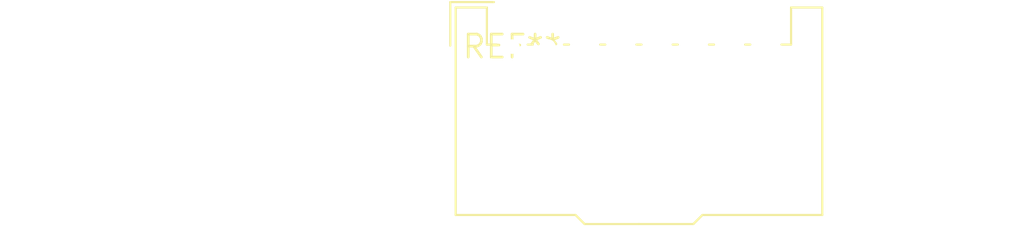
<source format=kicad_pcb>
(kicad_pcb (version 20240108) (generator pcbnew)
  (layers (0 "F.Cu" signal) (31 "B.Cu" signal) (34 "B.Paste" user) (35 "F.Paste" user) (36 "B.SilkS" user "B.Silkscreen") (37 "F.SilkS" user "F.Silkscreen") (38 "B.Mask" user) (39 "F.Mask" user) (44 "Edge.Cuts" user))
  (net 0 "")
  (footprint "Molex_MicroClasp_55935-0830_1x08_P2.00mm_Horizontal" (layer "F.Cu") (at 0 0)
    (property "Reference" "REF**")
    (property "Value" "Molex_MicroClasp_55935-0830_1x08_P2.00mm_Horizontal")
    (fp_line (start -3.41 -2.46) (end -1 -2.46) (layer "F.SilkS") (stroke (width 0.12)))
    (fp_line (start -3.41 -0.05) (end -3.41 -2.46) (layer "F.SilkS") (stroke (width 0.12)))
    (fp_line (start -3.11 -2.16) (end -1.39 -2.16) (layer "F.SilkS") (stroke (width 0.12)))
    (fp_line (start -3.11 9.31) (end -3.11 -2.16) (layer "F.SilkS") (stroke (width 0.12)))
    (fp_line (start -1.39 -2.16) (end -1.39 -0.11) (layer "F.SilkS") (stroke (width 0.12)))
    (fp_line (start -1.39 -0.11) (end -0.86 -0.11) (layer "F.SilkS") (stroke (width 0.12)))
    (fp_line (start 0.86 -0.11) (end 1.14 -0.11) (layer "F.SilkS") (stroke (width 0.12)))
    (fp_line (start 2.86 -0.11) (end 3.14 -0.11) (layer "F.SilkS") (stroke (width 0.12)))
    (fp_line (start 3.5 9.31) (end -3.11 9.31) (layer "F.SilkS") (stroke (width 0.12)))
    (fp_line (start 4 9.81) (end 3.5 9.31) (layer "F.SilkS") (stroke (width 0.12)))
    (fp_line (start 4.86 -0.11) (end 5.14 -0.11) (layer "F.SilkS") (stroke (width 0.12)))
    (fp_line (start 6.86 -0.11) (end 7.14 -0.11) (layer "F.SilkS") (stroke (width 0.12)))
    (fp_line (start 7 9.81) (end 4 9.81) (layer "F.SilkS") (stroke (width 0.12)))
    (fp_line (start 7 9.81) (end 10 9.81) (layer "F.SilkS") (stroke (width 0.12)))
    (fp_line (start 8.86 -0.11) (end 9.14 -0.11) (layer "F.SilkS") (stroke (width 0.12)))
    (fp_line (start 10 9.81) (end 10.5 9.31) (layer "F.SilkS") (stroke (width 0.12)))
    (fp_line (start 10.5 9.31) (end 17.11 9.31) (layer "F.SilkS") (stroke (width 0.12)))
    (fp_line (start 10.86 -0.11) (end 11.14 -0.11) (layer "F.SilkS") (stroke (width 0.12)))
    (fp_line (start 12.86 -0.11) (end 13.14 -0.11) (layer "F.SilkS") (stroke (width 0.12)))
    (fp_line (start 15.39 -2.16) (end 15.39 -0.11) (layer "F.SilkS") (stroke (width 0.12)))
    (fp_line (start 15.39 -0.11) (end 14.86 -0.11) (layer "F.SilkS") (stroke (width 0.12)))
    (fp_line (start 17.11 -2.16) (end 15.39 -2.16) (layer "F.SilkS") (stroke (width 0.12)))
    (fp_line (start 17.11 9.31) (end 17.11 -2.16) (layer "F.SilkS") (stroke (width 0.12)))
    (pad "1" thru_hole roundrect (at 0 0) (size 1.2 1.8) (drill 0.8) (layers *.Cu *.Mask) (remove_unused_layers) (roundrect_rratio 0.208333))
    (pad "2" thru_hole oval (at 2 0) (size 1.2 1.8) (drill 0.8) (layers *.Cu *.Mask) (remove_unused_layers))
    (pad "3" thru_hole oval (at 4 0) (size 1.2 1.8) (drill 0.8) (layers *.Cu *.Mask) (remove_unused_layers))
    (pad "4" thru_hole oval (at 6 0) (size 1.2 1.8) (drill 0.8) (layers *.Cu *.Mask) (remove_unused_layers))
    (pad "5" thru_hole oval (at 8 0) (size 1.2 1.8) (drill 0.8) (layers *.Cu *.Mask) (remove_unused_layers))
    (pad "6" thru_hole oval (at 10 0) (size 1.2 1.8) (drill 0.8) (layers *.Cu *.Mask) (remove_unused_layers))
    (pad "7" thru_hole oval (at 12 0) (size 1.2 1.8) (drill 0.8) (layers *.Cu *.Mask) (remove_unused_layers))
    (pad "8" thru_hole oval (at 14 0) (size 1.2 1.8) (drill 0.8) (layers *.Cu *.Mask) (remove_unused_layers))
  )
)
</source>
